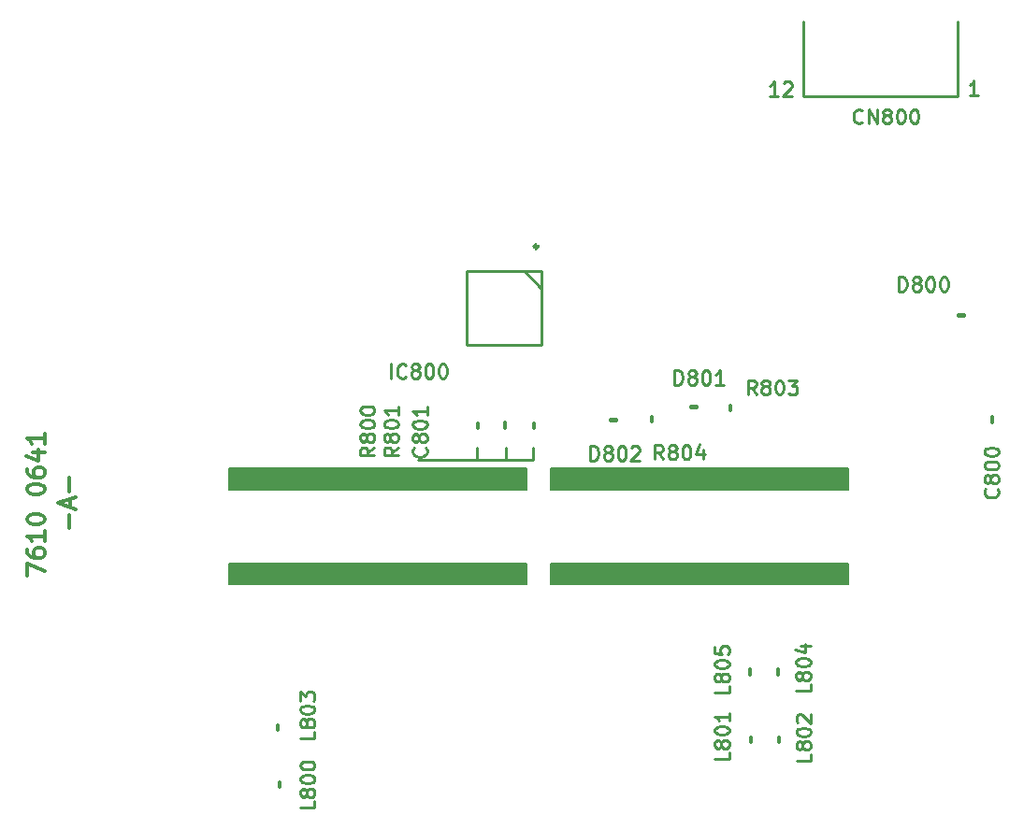
<source format=gbr>
%TF.GenerationSoftware,KiCad,Pcbnew,7.0.8*%
%TF.CreationDate,2023-12-31T22:43:44+00:00*%
%TF.ProjectId,pce-gt-controller,7063652d-6774-42d6-936f-6e74726f6c6c,BF1.1*%
%TF.SameCoordinates,Original*%
%TF.FileFunction,Legend,Top*%
%TF.FilePolarity,Positive*%
%FSLAX46Y46*%
G04 Gerber Fmt 4.6, Leading zero omitted, Abs format (unit mm)*
G04 Created by KiCad (PCBNEW 7.0.8) date 2023-12-31 22:43:44*
%MOMM*%
%LPD*%
G01*
G04 APERTURE LIST*
%ADD10C,0.150000*%
%ADD11C,0.250000*%
%ADD12C,0.353029*%
%ADD13C,0.320000*%
%ADD14C,0.260000*%
%ADD15C,0.300000*%
%ADD16C,0.400000*%
G04 APERTURE END LIST*
D10*
X156400000Y-108660000D02*
X183330000Y-108660000D01*
X183330000Y-110580000D01*
X156400000Y-110580000D01*
X156400000Y-108660000D01*
G36*
X156400000Y-108660000D02*
G01*
X183330000Y-108660000D01*
X183330000Y-110580000D01*
X156400000Y-110580000D01*
X156400000Y-108660000D01*
G37*
X127290000Y-108660000D02*
X154220000Y-108660000D01*
X154220000Y-110580000D01*
X127290000Y-110580000D01*
X127290000Y-108660000D01*
G36*
X127290000Y-108660000D02*
G01*
X154220000Y-108660000D01*
X154220000Y-110580000D01*
X127290000Y-110580000D01*
X127290000Y-108660000D01*
G37*
D11*
X154820000Y-99320000D02*
X154820000Y-98230000D01*
D10*
X127310000Y-100040000D02*
X154240000Y-100040000D01*
X154240000Y-101960000D01*
X127310000Y-101960000D01*
X127310000Y-100040000D01*
G36*
X127310000Y-100040000D02*
G01*
X154240000Y-100040000D01*
X154240000Y-101960000D01*
X127310000Y-101960000D01*
X127310000Y-100040000D01*
G37*
D11*
X149770000Y-99315000D02*
X149770000Y-98225000D01*
X144390000Y-99320000D02*
X154820000Y-99320000D01*
D10*
X156400000Y-100040000D02*
X183330000Y-100040000D01*
X183330000Y-101960000D01*
X156400000Y-101960000D01*
X156400000Y-100040000D01*
G36*
X156400000Y-100040000D02*
G01*
X183330000Y-100040000D01*
X183330000Y-101960000D01*
X156400000Y-101960000D01*
X156400000Y-100040000D01*
G37*
D11*
X152340000Y-99315000D02*
X152340000Y-98225000D01*
D12*
X155286514Y-79960000D02*
G75*
G03*
X155286514Y-79960000I-176514J0D01*
G01*
D13*
X112808026Y-105488521D02*
X112808026Y-104269474D01*
X112960407Y-103583760D02*
X112960407Y-102821855D01*
X113417550Y-103736141D02*
X111817550Y-103202807D01*
X111817550Y-103202807D02*
X113417550Y-102669474D01*
X112808026Y-102136140D02*
X112808026Y-100917093D01*
X109017550Y-109770902D02*
X109017550Y-108704235D01*
X109017550Y-108704235D02*
X110617550Y-109389950D01*
X109017550Y-107408997D02*
X109017550Y-107713759D01*
X109017550Y-107713759D02*
X109093740Y-107866140D01*
X109093740Y-107866140D02*
X109169931Y-107942330D01*
X109169931Y-107942330D02*
X109398502Y-108094711D01*
X109398502Y-108094711D02*
X109703264Y-108170902D01*
X109703264Y-108170902D02*
X110312788Y-108170902D01*
X110312788Y-108170902D02*
X110465169Y-108094711D01*
X110465169Y-108094711D02*
X110541360Y-108018521D01*
X110541360Y-108018521D02*
X110617550Y-107866140D01*
X110617550Y-107866140D02*
X110617550Y-107561378D01*
X110617550Y-107561378D02*
X110541360Y-107408997D01*
X110541360Y-107408997D02*
X110465169Y-107332806D01*
X110465169Y-107332806D02*
X110312788Y-107256616D01*
X110312788Y-107256616D02*
X109931836Y-107256616D01*
X109931836Y-107256616D02*
X109779455Y-107332806D01*
X109779455Y-107332806D02*
X109703264Y-107408997D01*
X109703264Y-107408997D02*
X109627074Y-107561378D01*
X109627074Y-107561378D02*
X109627074Y-107866140D01*
X109627074Y-107866140D02*
X109703264Y-108018521D01*
X109703264Y-108018521D02*
X109779455Y-108094711D01*
X109779455Y-108094711D02*
X109931836Y-108170902D01*
X110617550Y-105732806D02*
X110617550Y-106647092D01*
X110617550Y-106189949D02*
X109017550Y-106189949D01*
X109017550Y-106189949D02*
X109246121Y-106342330D01*
X109246121Y-106342330D02*
X109398502Y-106494711D01*
X109398502Y-106494711D02*
X109474693Y-106647092D01*
X109017550Y-104742329D02*
X109017550Y-104589948D01*
X109017550Y-104589948D02*
X109093740Y-104437567D01*
X109093740Y-104437567D02*
X109169931Y-104361377D01*
X109169931Y-104361377D02*
X109322312Y-104285186D01*
X109322312Y-104285186D02*
X109627074Y-104208996D01*
X109627074Y-104208996D02*
X110008026Y-104208996D01*
X110008026Y-104208996D02*
X110312788Y-104285186D01*
X110312788Y-104285186D02*
X110465169Y-104361377D01*
X110465169Y-104361377D02*
X110541360Y-104437567D01*
X110541360Y-104437567D02*
X110617550Y-104589948D01*
X110617550Y-104589948D02*
X110617550Y-104742329D01*
X110617550Y-104742329D02*
X110541360Y-104894710D01*
X110541360Y-104894710D02*
X110465169Y-104970901D01*
X110465169Y-104970901D02*
X110312788Y-105047091D01*
X110312788Y-105047091D02*
X110008026Y-105123282D01*
X110008026Y-105123282D02*
X109627074Y-105123282D01*
X109627074Y-105123282D02*
X109322312Y-105047091D01*
X109322312Y-105047091D02*
X109169931Y-104970901D01*
X109169931Y-104970901D02*
X109093740Y-104894710D01*
X109093740Y-104894710D02*
X109017550Y-104742329D01*
X109017550Y-101999471D02*
X109017550Y-101847090D01*
X109017550Y-101847090D02*
X109093740Y-101694709D01*
X109093740Y-101694709D02*
X109169931Y-101618519D01*
X109169931Y-101618519D02*
X109322312Y-101542328D01*
X109322312Y-101542328D02*
X109627074Y-101466138D01*
X109627074Y-101466138D02*
X110008026Y-101466138D01*
X110008026Y-101466138D02*
X110312788Y-101542328D01*
X110312788Y-101542328D02*
X110465169Y-101618519D01*
X110465169Y-101618519D02*
X110541360Y-101694709D01*
X110541360Y-101694709D02*
X110617550Y-101847090D01*
X110617550Y-101847090D02*
X110617550Y-101999471D01*
X110617550Y-101999471D02*
X110541360Y-102151852D01*
X110541360Y-102151852D02*
X110465169Y-102228043D01*
X110465169Y-102228043D02*
X110312788Y-102304233D01*
X110312788Y-102304233D02*
X110008026Y-102380424D01*
X110008026Y-102380424D02*
X109627074Y-102380424D01*
X109627074Y-102380424D02*
X109322312Y-102304233D01*
X109322312Y-102304233D02*
X109169931Y-102228043D01*
X109169931Y-102228043D02*
X109093740Y-102151852D01*
X109093740Y-102151852D02*
X109017550Y-101999471D01*
X109017550Y-100094709D02*
X109017550Y-100399471D01*
X109017550Y-100399471D02*
X109093740Y-100551852D01*
X109093740Y-100551852D02*
X109169931Y-100628042D01*
X109169931Y-100628042D02*
X109398502Y-100780423D01*
X109398502Y-100780423D02*
X109703264Y-100856614D01*
X109703264Y-100856614D02*
X110312788Y-100856614D01*
X110312788Y-100856614D02*
X110465169Y-100780423D01*
X110465169Y-100780423D02*
X110541360Y-100704233D01*
X110541360Y-100704233D02*
X110617550Y-100551852D01*
X110617550Y-100551852D02*
X110617550Y-100247090D01*
X110617550Y-100247090D02*
X110541360Y-100094709D01*
X110541360Y-100094709D02*
X110465169Y-100018518D01*
X110465169Y-100018518D02*
X110312788Y-99942328D01*
X110312788Y-99942328D02*
X109931836Y-99942328D01*
X109931836Y-99942328D02*
X109779455Y-100018518D01*
X109779455Y-100018518D02*
X109703264Y-100094709D01*
X109703264Y-100094709D02*
X109627074Y-100247090D01*
X109627074Y-100247090D02*
X109627074Y-100551852D01*
X109627074Y-100551852D02*
X109703264Y-100704233D01*
X109703264Y-100704233D02*
X109779455Y-100780423D01*
X109779455Y-100780423D02*
X109931836Y-100856614D01*
X109550883Y-98570899D02*
X110617550Y-98570899D01*
X108941360Y-98951851D02*
X110084217Y-99332804D01*
X110084217Y-99332804D02*
X110084217Y-98342327D01*
X110617550Y-96894708D02*
X110617550Y-97808994D01*
X110617550Y-97351851D02*
X109017550Y-97351851D01*
X109017550Y-97351851D02*
X109246121Y-97504232D01*
X109246121Y-97504232D02*
X109398502Y-97656613D01*
X109398502Y-97656613D02*
X109474693Y-97808994D01*
D14*
X140477884Y-98154761D02*
X139858837Y-98588094D01*
X140477884Y-98897618D02*
X139177884Y-98897618D01*
X139177884Y-98897618D02*
X139177884Y-98402380D01*
X139177884Y-98402380D02*
X139239789Y-98278570D01*
X139239789Y-98278570D02*
X139301694Y-98216665D01*
X139301694Y-98216665D02*
X139425503Y-98154761D01*
X139425503Y-98154761D02*
X139611218Y-98154761D01*
X139611218Y-98154761D02*
X139735027Y-98216665D01*
X139735027Y-98216665D02*
X139796932Y-98278570D01*
X139796932Y-98278570D02*
X139858837Y-98402380D01*
X139858837Y-98402380D02*
X139858837Y-98897618D01*
X139735027Y-97411903D02*
X139673122Y-97535713D01*
X139673122Y-97535713D02*
X139611218Y-97597618D01*
X139611218Y-97597618D02*
X139487408Y-97659522D01*
X139487408Y-97659522D02*
X139425503Y-97659522D01*
X139425503Y-97659522D02*
X139301694Y-97597618D01*
X139301694Y-97597618D02*
X139239789Y-97535713D01*
X139239789Y-97535713D02*
X139177884Y-97411903D01*
X139177884Y-97411903D02*
X139177884Y-97164284D01*
X139177884Y-97164284D02*
X139239789Y-97040475D01*
X139239789Y-97040475D02*
X139301694Y-96978570D01*
X139301694Y-96978570D02*
X139425503Y-96916665D01*
X139425503Y-96916665D02*
X139487408Y-96916665D01*
X139487408Y-96916665D02*
X139611218Y-96978570D01*
X139611218Y-96978570D02*
X139673122Y-97040475D01*
X139673122Y-97040475D02*
X139735027Y-97164284D01*
X139735027Y-97164284D02*
X139735027Y-97411903D01*
X139735027Y-97411903D02*
X139796932Y-97535713D01*
X139796932Y-97535713D02*
X139858837Y-97597618D01*
X139858837Y-97597618D02*
X139982646Y-97659522D01*
X139982646Y-97659522D02*
X140230265Y-97659522D01*
X140230265Y-97659522D02*
X140354075Y-97597618D01*
X140354075Y-97597618D02*
X140415980Y-97535713D01*
X140415980Y-97535713D02*
X140477884Y-97411903D01*
X140477884Y-97411903D02*
X140477884Y-97164284D01*
X140477884Y-97164284D02*
X140415980Y-97040475D01*
X140415980Y-97040475D02*
X140354075Y-96978570D01*
X140354075Y-96978570D02*
X140230265Y-96916665D01*
X140230265Y-96916665D02*
X139982646Y-96916665D01*
X139982646Y-96916665D02*
X139858837Y-96978570D01*
X139858837Y-96978570D02*
X139796932Y-97040475D01*
X139796932Y-97040475D02*
X139735027Y-97164284D01*
X139177884Y-96111904D02*
X139177884Y-95988094D01*
X139177884Y-95988094D02*
X139239789Y-95864285D01*
X139239789Y-95864285D02*
X139301694Y-95802380D01*
X139301694Y-95802380D02*
X139425503Y-95740475D01*
X139425503Y-95740475D02*
X139673122Y-95678570D01*
X139673122Y-95678570D02*
X139982646Y-95678570D01*
X139982646Y-95678570D02*
X140230265Y-95740475D01*
X140230265Y-95740475D02*
X140354075Y-95802380D01*
X140354075Y-95802380D02*
X140415980Y-95864285D01*
X140415980Y-95864285D02*
X140477884Y-95988094D01*
X140477884Y-95988094D02*
X140477884Y-96111904D01*
X140477884Y-96111904D02*
X140415980Y-96235713D01*
X140415980Y-96235713D02*
X140354075Y-96297618D01*
X140354075Y-96297618D02*
X140230265Y-96359523D01*
X140230265Y-96359523D02*
X139982646Y-96421427D01*
X139982646Y-96421427D02*
X139673122Y-96421427D01*
X139673122Y-96421427D02*
X139425503Y-96359523D01*
X139425503Y-96359523D02*
X139301694Y-96297618D01*
X139301694Y-96297618D02*
X139239789Y-96235713D01*
X139239789Y-96235713D02*
X139177884Y-96111904D01*
X139177884Y-94873809D02*
X139177884Y-94749999D01*
X139177884Y-94749999D02*
X139239789Y-94626190D01*
X139239789Y-94626190D02*
X139301694Y-94564285D01*
X139301694Y-94564285D02*
X139425503Y-94502380D01*
X139425503Y-94502380D02*
X139673122Y-94440475D01*
X139673122Y-94440475D02*
X139982646Y-94440475D01*
X139982646Y-94440475D02*
X140230265Y-94502380D01*
X140230265Y-94502380D02*
X140354075Y-94564285D01*
X140354075Y-94564285D02*
X140415980Y-94626190D01*
X140415980Y-94626190D02*
X140477884Y-94749999D01*
X140477884Y-94749999D02*
X140477884Y-94873809D01*
X140477884Y-94873809D02*
X140415980Y-94997618D01*
X140415980Y-94997618D02*
X140354075Y-95059523D01*
X140354075Y-95059523D02*
X140230265Y-95121428D01*
X140230265Y-95121428D02*
X139982646Y-95183332D01*
X139982646Y-95183332D02*
X139673122Y-95183332D01*
X139673122Y-95183332D02*
X139425503Y-95121428D01*
X139425503Y-95121428D02*
X139301694Y-95059523D01*
X139301694Y-95059523D02*
X139239789Y-94997618D01*
X139239789Y-94997618D02*
X139177884Y-94873809D01*
X160022381Y-99337884D02*
X160022381Y-98037884D01*
X160022381Y-98037884D02*
X160331905Y-98037884D01*
X160331905Y-98037884D02*
X160517619Y-98099789D01*
X160517619Y-98099789D02*
X160641429Y-98223599D01*
X160641429Y-98223599D02*
X160703334Y-98347408D01*
X160703334Y-98347408D02*
X160765238Y-98595027D01*
X160765238Y-98595027D02*
X160765238Y-98780741D01*
X160765238Y-98780741D02*
X160703334Y-99028360D01*
X160703334Y-99028360D02*
X160641429Y-99152170D01*
X160641429Y-99152170D02*
X160517619Y-99275980D01*
X160517619Y-99275980D02*
X160331905Y-99337884D01*
X160331905Y-99337884D02*
X160022381Y-99337884D01*
X161508096Y-98595027D02*
X161384286Y-98533122D01*
X161384286Y-98533122D02*
X161322381Y-98471218D01*
X161322381Y-98471218D02*
X161260477Y-98347408D01*
X161260477Y-98347408D02*
X161260477Y-98285503D01*
X161260477Y-98285503D02*
X161322381Y-98161694D01*
X161322381Y-98161694D02*
X161384286Y-98099789D01*
X161384286Y-98099789D02*
X161508096Y-98037884D01*
X161508096Y-98037884D02*
X161755715Y-98037884D01*
X161755715Y-98037884D02*
X161879524Y-98099789D01*
X161879524Y-98099789D02*
X161941429Y-98161694D01*
X161941429Y-98161694D02*
X162003334Y-98285503D01*
X162003334Y-98285503D02*
X162003334Y-98347408D01*
X162003334Y-98347408D02*
X161941429Y-98471218D01*
X161941429Y-98471218D02*
X161879524Y-98533122D01*
X161879524Y-98533122D02*
X161755715Y-98595027D01*
X161755715Y-98595027D02*
X161508096Y-98595027D01*
X161508096Y-98595027D02*
X161384286Y-98656932D01*
X161384286Y-98656932D02*
X161322381Y-98718837D01*
X161322381Y-98718837D02*
X161260477Y-98842646D01*
X161260477Y-98842646D02*
X161260477Y-99090265D01*
X161260477Y-99090265D02*
X161322381Y-99214075D01*
X161322381Y-99214075D02*
X161384286Y-99275980D01*
X161384286Y-99275980D02*
X161508096Y-99337884D01*
X161508096Y-99337884D02*
X161755715Y-99337884D01*
X161755715Y-99337884D02*
X161879524Y-99275980D01*
X161879524Y-99275980D02*
X161941429Y-99214075D01*
X161941429Y-99214075D02*
X162003334Y-99090265D01*
X162003334Y-99090265D02*
X162003334Y-98842646D01*
X162003334Y-98842646D02*
X161941429Y-98718837D01*
X161941429Y-98718837D02*
X161879524Y-98656932D01*
X161879524Y-98656932D02*
X161755715Y-98595027D01*
X162808095Y-98037884D02*
X162931905Y-98037884D01*
X162931905Y-98037884D02*
X163055714Y-98099789D01*
X163055714Y-98099789D02*
X163117619Y-98161694D01*
X163117619Y-98161694D02*
X163179524Y-98285503D01*
X163179524Y-98285503D02*
X163241429Y-98533122D01*
X163241429Y-98533122D02*
X163241429Y-98842646D01*
X163241429Y-98842646D02*
X163179524Y-99090265D01*
X163179524Y-99090265D02*
X163117619Y-99214075D01*
X163117619Y-99214075D02*
X163055714Y-99275980D01*
X163055714Y-99275980D02*
X162931905Y-99337884D01*
X162931905Y-99337884D02*
X162808095Y-99337884D01*
X162808095Y-99337884D02*
X162684286Y-99275980D01*
X162684286Y-99275980D02*
X162622381Y-99214075D01*
X162622381Y-99214075D02*
X162560476Y-99090265D01*
X162560476Y-99090265D02*
X162498572Y-98842646D01*
X162498572Y-98842646D02*
X162498572Y-98533122D01*
X162498572Y-98533122D02*
X162560476Y-98285503D01*
X162560476Y-98285503D02*
X162622381Y-98161694D01*
X162622381Y-98161694D02*
X162684286Y-98099789D01*
X162684286Y-98099789D02*
X162808095Y-98037884D01*
X163736667Y-98161694D02*
X163798571Y-98099789D01*
X163798571Y-98099789D02*
X163922381Y-98037884D01*
X163922381Y-98037884D02*
X164231905Y-98037884D01*
X164231905Y-98037884D02*
X164355714Y-98099789D01*
X164355714Y-98099789D02*
X164417619Y-98161694D01*
X164417619Y-98161694D02*
X164479524Y-98285503D01*
X164479524Y-98285503D02*
X164479524Y-98409313D01*
X164479524Y-98409313D02*
X164417619Y-98595027D01*
X164417619Y-98595027D02*
X163674762Y-99337884D01*
X163674762Y-99337884D02*
X164479524Y-99337884D01*
X179937884Y-119614761D02*
X179937884Y-120233809D01*
X179937884Y-120233809D02*
X178637884Y-120233809D01*
X179195027Y-118995713D02*
X179133122Y-119119523D01*
X179133122Y-119119523D02*
X179071218Y-119181428D01*
X179071218Y-119181428D02*
X178947408Y-119243332D01*
X178947408Y-119243332D02*
X178885503Y-119243332D01*
X178885503Y-119243332D02*
X178761694Y-119181428D01*
X178761694Y-119181428D02*
X178699789Y-119119523D01*
X178699789Y-119119523D02*
X178637884Y-118995713D01*
X178637884Y-118995713D02*
X178637884Y-118748094D01*
X178637884Y-118748094D02*
X178699789Y-118624285D01*
X178699789Y-118624285D02*
X178761694Y-118562380D01*
X178761694Y-118562380D02*
X178885503Y-118500475D01*
X178885503Y-118500475D02*
X178947408Y-118500475D01*
X178947408Y-118500475D02*
X179071218Y-118562380D01*
X179071218Y-118562380D02*
X179133122Y-118624285D01*
X179133122Y-118624285D02*
X179195027Y-118748094D01*
X179195027Y-118748094D02*
X179195027Y-118995713D01*
X179195027Y-118995713D02*
X179256932Y-119119523D01*
X179256932Y-119119523D02*
X179318837Y-119181428D01*
X179318837Y-119181428D02*
X179442646Y-119243332D01*
X179442646Y-119243332D02*
X179690265Y-119243332D01*
X179690265Y-119243332D02*
X179814075Y-119181428D01*
X179814075Y-119181428D02*
X179875980Y-119119523D01*
X179875980Y-119119523D02*
X179937884Y-118995713D01*
X179937884Y-118995713D02*
X179937884Y-118748094D01*
X179937884Y-118748094D02*
X179875980Y-118624285D01*
X179875980Y-118624285D02*
X179814075Y-118562380D01*
X179814075Y-118562380D02*
X179690265Y-118500475D01*
X179690265Y-118500475D02*
X179442646Y-118500475D01*
X179442646Y-118500475D02*
X179318837Y-118562380D01*
X179318837Y-118562380D02*
X179256932Y-118624285D01*
X179256932Y-118624285D02*
X179195027Y-118748094D01*
X178637884Y-117695714D02*
X178637884Y-117571904D01*
X178637884Y-117571904D02*
X178699789Y-117448095D01*
X178699789Y-117448095D02*
X178761694Y-117386190D01*
X178761694Y-117386190D02*
X178885503Y-117324285D01*
X178885503Y-117324285D02*
X179133122Y-117262380D01*
X179133122Y-117262380D02*
X179442646Y-117262380D01*
X179442646Y-117262380D02*
X179690265Y-117324285D01*
X179690265Y-117324285D02*
X179814075Y-117386190D01*
X179814075Y-117386190D02*
X179875980Y-117448095D01*
X179875980Y-117448095D02*
X179937884Y-117571904D01*
X179937884Y-117571904D02*
X179937884Y-117695714D01*
X179937884Y-117695714D02*
X179875980Y-117819523D01*
X179875980Y-117819523D02*
X179814075Y-117881428D01*
X179814075Y-117881428D02*
X179690265Y-117943333D01*
X179690265Y-117943333D02*
X179442646Y-118005237D01*
X179442646Y-118005237D02*
X179133122Y-118005237D01*
X179133122Y-118005237D02*
X178885503Y-117943333D01*
X178885503Y-117943333D02*
X178761694Y-117881428D01*
X178761694Y-117881428D02*
X178699789Y-117819523D01*
X178699789Y-117819523D02*
X178637884Y-117695714D01*
X179071218Y-116148095D02*
X179937884Y-116148095D01*
X178575980Y-116457619D02*
X179504551Y-116767142D01*
X179504551Y-116767142D02*
X179504551Y-115962381D01*
X184654285Y-68704075D02*
X184592381Y-68765980D01*
X184592381Y-68765980D02*
X184406666Y-68827884D01*
X184406666Y-68827884D02*
X184282857Y-68827884D01*
X184282857Y-68827884D02*
X184097143Y-68765980D01*
X184097143Y-68765980D02*
X183973333Y-68642170D01*
X183973333Y-68642170D02*
X183911428Y-68518360D01*
X183911428Y-68518360D02*
X183849524Y-68270741D01*
X183849524Y-68270741D02*
X183849524Y-68085027D01*
X183849524Y-68085027D02*
X183911428Y-67837408D01*
X183911428Y-67837408D02*
X183973333Y-67713599D01*
X183973333Y-67713599D02*
X184097143Y-67589789D01*
X184097143Y-67589789D02*
X184282857Y-67527884D01*
X184282857Y-67527884D02*
X184406666Y-67527884D01*
X184406666Y-67527884D02*
X184592381Y-67589789D01*
X184592381Y-67589789D02*
X184654285Y-67651694D01*
X185211428Y-68827884D02*
X185211428Y-67527884D01*
X185211428Y-67527884D02*
X185954285Y-68827884D01*
X185954285Y-68827884D02*
X185954285Y-67527884D01*
X186759048Y-68085027D02*
X186635238Y-68023122D01*
X186635238Y-68023122D02*
X186573333Y-67961218D01*
X186573333Y-67961218D02*
X186511429Y-67837408D01*
X186511429Y-67837408D02*
X186511429Y-67775503D01*
X186511429Y-67775503D02*
X186573333Y-67651694D01*
X186573333Y-67651694D02*
X186635238Y-67589789D01*
X186635238Y-67589789D02*
X186759048Y-67527884D01*
X186759048Y-67527884D02*
X187006667Y-67527884D01*
X187006667Y-67527884D02*
X187130476Y-67589789D01*
X187130476Y-67589789D02*
X187192381Y-67651694D01*
X187192381Y-67651694D02*
X187254286Y-67775503D01*
X187254286Y-67775503D02*
X187254286Y-67837408D01*
X187254286Y-67837408D02*
X187192381Y-67961218D01*
X187192381Y-67961218D02*
X187130476Y-68023122D01*
X187130476Y-68023122D02*
X187006667Y-68085027D01*
X187006667Y-68085027D02*
X186759048Y-68085027D01*
X186759048Y-68085027D02*
X186635238Y-68146932D01*
X186635238Y-68146932D02*
X186573333Y-68208837D01*
X186573333Y-68208837D02*
X186511429Y-68332646D01*
X186511429Y-68332646D02*
X186511429Y-68580265D01*
X186511429Y-68580265D02*
X186573333Y-68704075D01*
X186573333Y-68704075D02*
X186635238Y-68765980D01*
X186635238Y-68765980D02*
X186759048Y-68827884D01*
X186759048Y-68827884D02*
X187006667Y-68827884D01*
X187006667Y-68827884D02*
X187130476Y-68765980D01*
X187130476Y-68765980D02*
X187192381Y-68704075D01*
X187192381Y-68704075D02*
X187254286Y-68580265D01*
X187254286Y-68580265D02*
X187254286Y-68332646D01*
X187254286Y-68332646D02*
X187192381Y-68208837D01*
X187192381Y-68208837D02*
X187130476Y-68146932D01*
X187130476Y-68146932D02*
X187006667Y-68085027D01*
X188059047Y-67527884D02*
X188182857Y-67527884D01*
X188182857Y-67527884D02*
X188306666Y-67589789D01*
X188306666Y-67589789D02*
X188368571Y-67651694D01*
X188368571Y-67651694D02*
X188430476Y-67775503D01*
X188430476Y-67775503D02*
X188492381Y-68023122D01*
X188492381Y-68023122D02*
X188492381Y-68332646D01*
X188492381Y-68332646D02*
X188430476Y-68580265D01*
X188430476Y-68580265D02*
X188368571Y-68704075D01*
X188368571Y-68704075D02*
X188306666Y-68765980D01*
X188306666Y-68765980D02*
X188182857Y-68827884D01*
X188182857Y-68827884D02*
X188059047Y-68827884D01*
X188059047Y-68827884D02*
X187935238Y-68765980D01*
X187935238Y-68765980D02*
X187873333Y-68704075D01*
X187873333Y-68704075D02*
X187811428Y-68580265D01*
X187811428Y-68580265D02*
X187749524Y-68332646D01*
X187749524Y-68332646D02*
X187749524Y-68023122D01*
X187749524Y-68023122D02*
X187811428Y-67775503D01*
X187811428Y-67775503D02*
X187873333Y-67651694D01*
X187873333Y-67651694D02*
X187935238Y-67589789D01*
X187935238Y-67589789D02*
X188059047Y-67527884D01*
X189297142Y-67527884D02*
X189420952Y-67527884D01*
X189420952Y-67527884D02*
X189544761Y-67589789D01*
X189544761Y-67589789D02*
X189606666Y-67651694D01*
X189606666Y-67651694D02*
X189668571Y-67775503D01*
X189668571Y-67775503D02*
X189730476Y-68023122D01*
X189730476Y-68023122D02*
X189730476Y-68332646D01*
X189730476Y-68332646D02*
X189668571Y-68580265D01*
X189668571Y-68580265D02*
X189606666Y-68704075D01*
X189606666Y-68704075D02*
X189544761Y-68765980D01*
X189544761Y-68765980D02*
X189420952Y-68827884D01*
X189420952Y-68827884D02*
X189297142Y-68827884D01*
X189297142Y-68827884D02*
X189173333Y-68765980D01*
X189173333Y-68765980D02*
X189111428Y-68704075D01*
X189111428Y-68704075D02*
X189049523Y-68580265D01*
X189049523Y-68580265D02*
X188987619Y-68332646D01*
X188987619Y-68332646D02*
X188987619Y-68023122D01*
X188987619Y-68023122D02*
X189049523Y-67775503D01*
X189049523Y-67775503D02*
X189111428Y-67651694D01*
X189111428Y-67651694D02*
X189173333Y-67589789D01*
X189173333Y-67589789D02*
X189297142Y-67527884D01*
X177011528Y-66317384D02*
X176268671Y-66317384D01*
X176640099Y-66317384D02*
X176640099Y-65017384D01*
X176640099Y-65017384D02*
X176516290Y-65203099D01*
X176516290Y-65203099D02*
X176392480Y-65326908D01*
X176392480Y-65326908D02*
X176268671Y-65388813D01*
X177506766Y-65141194D02*
X177568670Y-65079289D01*
X177568670Y-65079289D02*
X177692480Y-65017384D01*
X177692480Y-65017384D02*
X178002004Y-65017384D01*
X178002004Y-65017384D02*
X178125813Y-65079289D01*
X178125813Y-65079289D02*
X178187718Y-65141194D01*
X178187718Y-65141194D02*
X178249623Y-65265003D01*
X178249623Y-65265003D02*
X178249623Y-65388813D01*
X178249623Y-65388813D02*
X178187718Y-65574527D01*
X178187718Y-65574527D02*
X177444861Y-66317384D01*
X177444861Y-66317384D02*
X178249623Y-66317384D01*
X195101528Y-66247384D02*
X194358671Y-66247384D01*
X194730099Y-66247384D02*
X194730099Y-64947384D01*
X194730099Y-64947384D02*
X194606290Y-65133099D01*
X194606290Y-65133099D02*
X194482480Y-65256908D01*
X194482480Y-65256908D02*
X194358671Y-65318813D01*
X166615238Y-99237884D02*
X166181905Y-98618837D01*
X165872381Y-99237884D02*
X165872381Y-97937884D01*
X165872381Y-97937884D02*
X166367619Y-97937884D01*
X166367619Y-97937884D02*
X166491429Y-97999789D01*
X166491429Y-97999789D02*
X166553334Y-98061694D01*
X166553334Y-98061694D02*
X166615238Y-98185503D01*
X166615238Y-98185503D02*
X166615238Y-98371218D01*
X166615238Y-98371218D02*
X166553334Y-98495027D01*
X166553334Y-98495027D02*
X166491429Y-98556932D01*
X166491429Y-98556932D02*
X166367619Y-98618837D01*
X166367619Y-98618837D02*
X165872381Y-98618837D01*
X167358096Y-98495027D02*
X167234286Y-98433122D01*
X167234286Y-98433122D02*
X167172381Y-98371218D01*
X167172381Y-98371218D02*
X167110477Y-98247408D01*
X167110477Y-98247408D02*
X167110477Y-98185503D01*
X167110477Y-98185503D02*
X167172381Y-98061694D01*
X167172381Y-98061694D02*
X167234286Y-97999789D01*
X167234286Y-97999789D02*
X167358096Y-97937884D01*
X167358096Y-97937884D02*
X167605715Y-97937884D01*
X167605715Y-97937884D02*
X167729524Y-97999789D01*
X167729524Y-97999789D02*
X167791429Y-98061694D01*
X167791429Y-98061694D02*
X167853334Y-98185503D01*
X167853334Y-98185503D02*
X167853334Y-98247408D01*
X167853334Y-98247408D02*
X167791429Y-98371218D01*
X167791429Y-98371218D02*
X167729524Y-98433122D01*
X167729524Y-98433122D02*
X167605715Y-98495027D01*
X167605715Y-98495027D02*
X167358096Y-98495027D01*
X167358096Y-98495027D02*
X167234286Y-98556932D01*
X167234286Y-98556932D02*
X167172381Y-98618837D01*
X167172381Y-98618837D02*
X167110477Y-98742646D01*
X167110477Y-98742646D02*
X167110477Y-98990265D01*
X167110477Y-98990265D02*
X167172381Y-99114075D01*
X167172381Y-99114075D02*
X167234286Y-99175980D01*
X167234286Y-99175980D02*
X167358096Y-99237884D01*
X167358096Y-99237884D02*
X167605715Y-99237884D01*
X167605715Y-99237884D02*
X167729524Y-99175980D01*
X167729524Y-99175980D02*
X167791429Y-99114075D01*
X167791429Y-99114075D02*
X167853334Y-98990265D01*
X167853334Y-98990265D02*
X167853334Y-98742646D01*
X167853334Y-98742646D02*
X167791429Y-98618837D01*
X167791429Y-98618837D02*
X167729524Y-98556932D01*
X167729524Y-98556932D02*
X167605715Y-98495027D01*
X168658095Y-97937884D02*
X168781905Y-97937884D01*
X168781905Y-97937884D02*
X168905714Y-97999789D01*
X168905714Y-97999789D02*
X168967619Y-98061694D01*
X168967619Y-98061694D02*
X169029524Y-98185503D01*
X169029524Y-98185503D02*
X169091429Y-98433122D01*
X169091429Y-98433122D02*
X169091429Y-98742646D01*
X169091429Y-98742646D02*
X169029524Y-98990265D01*
X169029524Y-98990265D02*
X168967619Y-99114075D01*
X168967619Y-99114075D02*
X168905714Y-99175980D01*
X168905714Y-99175980D02*
X168781905Y-99237884D01*
X168781905Y-99237884D02*
X168658095Y-99237884D01*
X168658095Y-99237884D02*
X168534286Y-99175980D01*
X168534286Y-99175980D02*
X168472381Y-99114075D01*
X168472381Y-99114075D02*
X168410476Y-98990265D01*
X168410476Y-98990265D02*
X168348572Y-98742646D01*
X168348572Y-98742646D02*
X168348572Y-98433122D01*
X168348572Y-98433122D02*
X168410476Y-98185503D01*
X168410476Y-98185503D02*
X168472381Y-98061694D01*
X168472381Y-98061694D02*
X168534286Y-97999789D01*
X168534286Y-97999789D02*
X168658095Y-97937884D01*
X170205714Y-98371218D02*
X170205714Y-99237884D01*
X169896190Y-97875980D02*
X169586667Y-98804551D01*
X169586667Y-98804551D02*
X170391428Y-98804551D01*
X172597884Y-119764761D02*
X172597884Y-120383809D01*
X172597884Y-120383809D02*
X171297884Y-120383809D01*
X171855027Y-119145713D02*
X171793122Y-119269523D01*
X171793122Y-119269523D02*
X171731218Y-119331428D01*
X171731218Y-119331428D02*
X171607408Y-119393332D01*
X171607408Y-119393332D02*
X171545503Y-119393332D01*
X171545503Y-119393332D02*
X171421694Y-119331428D01*
X171421694Y-119331428D02*
X171359789Y-119269523D01*
X171359789Y-119269523D02*
X171297884Y-119145713D01*
X171297884Y-119145713D02*
X171297884Y-118898094D01*
X171297884Y-118898094D02*
X171359789Y-118774285D01*
X171359789Y-118774285D02*
X171421694Y-118712380D01*
X171421694Y-118712380D02*
X171545503Y-118650475D01*
X171545503Y-118650475D02*
X171607408Y-118650475D01*
X171607408Y-118650475D02*
X171731218Y-118712380D01*
X171731218Y-118712380D02*
X171793122Y-118774285D01*
X171793122Y-118774285D02*
X171855027Y-118898094D01*
X171855027Y-118898094D02*
X171855027Y-119145713D01*
X171855027Y-119145713D02*
X171916932Y-119269523D01*
X171916932Y-119269523D02*
X171978837Y-119331428D01*
X171978837Y-119331428D02*
X172102646Y-119393332D01*
X172102646Y-119393332D02*
X172350265Y-119393332D01*
X172350265Y-119393332D02*
X172474075Y-119331428D01*
X172474075Y-119331428D02*
X172535980Y-119269523D01*
X172535980Y-119269523D02*
X172597884Y-119145713D01*
X172597884Y-119145713D02*
X172597884Y-118898094D01*
X172597884Y-118898094D02*
X172535980Y-118774285D01*
X172535980Y-118774285D02*
X172474075Y-118712380D01*
X172474075Y-118712380D02*
X172350265Y-118650475D01*
X172350265Y-118650475D02*
X172102646Y-118650475D01*
X172102646Y-118650475D02*
X171978837Y-118712380D01*
X171978837Y-118712380D02*
X171916932Y-118774285D01*
X171916932Y-118774285D02*
X171855027Y-118898094D01*
X171297884Y-117845714D02*
X171297884Y-117721904D01*
X171297884Y-117721904D02*
X171359789Y-117598095D01*
X171359789Y-117598095D02*
X171421694Y-117536190D01*
X171421694Y-117536190D02*
X171545503Y-117474285D01*
X171545503Y-117474285D02*
X171793122Y-117412380D01*
X171793122Y-117412380D02*
X172102646Y-117412380D01*
X172102646Y-117412380D02*
X172350265Y-117474285D01*
X172350265Y-117474285D02*
X172474075Y-117536190D01*
X172474075Y-117536190D02*
X172535980Y-117598095D01*
X172535980Y-117598095D02*
X172597884Y-117721904D01*
X172597884Y-117721904D02*
X172597884Y-117845714D01*
X172597884Y-117845714D02*
X172535980Y-117969523D01*
X172535980Y-117969523D02*
X172474075Y-118031428D01*
X172474075Y-118031428D02*
X172350265Y-118093333D01*
X172350265Y-118093333D02*
X172102646Y-118155237D01*
X172102646Y-118155237D02*
X171793122Y-118155237D01*
X171793122Y-118155237D02*
X171545503Y-118093333D01*
X171545503Y-118093333D02*
X171421694Y-118031428D01*
X171421694Y-118031428D02*
X171359789Y-117969523D01*
X171359789Y-117969523D02*
X171297884Y-117845714D01*
X171297884Y-116236190D02*
X171297884Y-116855238D01*
X171297884Y-116855238D02*
X171916932Y-116917142D01*
X171916932Y-116917142D02*
X171855027Y-116855238D01*
X171855027Y-116855238D02*
X171793122Y-116731428D01*
X171793122Y-116731428D02*
X171793122Y-116421904D01*
X171793122Y-116421904D02*
X171855027Y-116298095D01*
X171855027Y-116298095D02*
X171916932Y-116236190D01*
X171916932Y-116236190D02*
X172040741Y-116174285D01*
X172040741Y-116174285D02*
X172350265Y-116174285D01*
X172350265Y-116174285D02*
X172474075Y-116236190D01*
X172474075Y-116236190D02*
X172535980Y-116298095D01*
X172535980Y-116298095D02*
X172597884Y-116421904D01*
X172597884Y-116421904D02*
X172597884Y-116731428D01*
X172597884Y-116731428D02*
X172535980Y-116855238D01*
X172535980Y-116855238D02*
X172474075Y-116917142D01*
X145104075Y-98194761D02*
X145165980Y-98256665D01*
X145165980Y-98256665D02*
X145227884Y-98442380D01*
X145227884Y-98442380D02*
X145227884Y-98566189D01*
X145227884Y-98566189D02*
X145165980Y-98751903D01*
X145165980Y-98751903D02*
X145042170Y-98875713D01*
X145042170Y-98875713D02*
X144918360Y-98937618D01*
X144918360Y-98937618D02*
X144670741Y-98999522D01*
X144670741Y-98999522D02*
X144485027Y-98999522D01*
X144485027Y-98999522D02*
X144237408Y-98937618D01*
X144237408Y-98937618D02*
X144113599Y-98875713D01*
X144113599Y-98875713D02*
X143989789Y-98751903D01*
X143989789Y-98751903D02*
X143927884Y-98566189D01*
X143927884Y-98566189D02*
X143927884Y-98442380D01*
X143927884Y-98442380D02*
X143989789Y-98256665D01*
X143989789Y-98256665D02*
X144051694Y-98194761D01*
X144485027Y-97451903D02*
X144423122Y-97575713D01*
X144423122Y-97575713D02*
X144361218Y-97637618D01*
X144361218Y-97637618D02*
X144237408Y-97699522D01*
X144237408Y-97699522D02*
X144175503Y-97699522D01*
X144175503Y-97699522D02*
X144051694Y-97637618D01*
X144051694Y-97637618D02*
X143989789Y-97575713D01*
X143989789Y-97575713D02*
X143927884Y-97451903D01*
X143927884Y-97451903D02*
X143927884Y-97204284D01*
X143927884Y-97204284D02*
X143989789Y-97080475D01*
X143989789Y-97080475D02*
X144051694Y-97018570D01*
X144051694Y-97018570D02*
X144175503Y-96956665D01*
X144175503Y-96956665D02*
X144237408Y-96956665D01*
X144237408Y-96956665D02*
X144361218Y-97018570D01*
X144361218Y-97018570D02*
X144423122Y-97080475D01*
X144423122Y-97080475D02*
X144485027Y-97204284D01*
X144485027Y-97204284D02*
X144485027Y-97451903D01*
X144485027Y-97451903D02*
X144546932Y-97575713D01*
X144546932Y-97575713D02*
X144608837Y-97637618D01*
X144608837Y-97637618D02*
X144732646Y-97699522D01*
X144732646Y-97699522D02*
X144980265Y-97699522D01*
X144980265Y-97699522D02*
X145104075Y-97637618D01*
X145104075Y-97637618D02*
X145165980Y-97575713D01*
X145165980Y-97575713D02*
X145227884Y-97451903D01*
X145227884Y-97451903D02*
X145227884Y-97204284D01*
X145227884Y-97204284D02*
X145165980Y-97080475D01*
X145165980Y-97080475D02*
X145104075Y-97018570D01*
X145104075Y-97018570D02*
X144980265Y-96956665D01*
X144980265Y-96956665D02*
X144732646Y-96956665D01*
X144732646Y-96956665D02*
X144608837Y-97018570D01*
X144608837Y-97018570D02*
X144546932Y-97080475D01*
X144546932Y-97080475D02*
X144485027Y-97204284D01*
X143927884Y-96151904D02*
X143927884Y-96028094D01*
X143927884Y-96028094D02*
X143989789Y-95904285D01*
X143989789Y-95904285D02*
X144051694Y-95842380D01*
X144051694Y-95842380D02*
X144175503Y-95780475D01*
X144175503Y-95780475D02*
X144423122Y-95718570D01*
X144423122Y-95718570D02*
X144732646Y-95718570D01*
X144732646Y-95718570D02*
X144980265Y-95780475D01*
X144980265Y-95780475D02*
X145104075Y-95842380D01*
X145104075Y-95842380D02*
X145165980Y-95904285D01*
X145165980Y-95904285D02*
X145227884Y-96028094D01*
X145227884Y-96028094D02*
X145227884Y-96151904D01*
X145227884Y-96151904D02*
X145165980Y-96275713D01*
X145165980Y-96275713D02*
X145104075Y-96337618D01*
X145104075Y-96337618D02*
X144980265Y-96399523D01*
X144980265Y-96399523D02*
X144732646Y-96461427D01*
X144732646Y-96461427D02*
X144423122Y-96461427D01*
X144423122Y-96461427D02*
X144175503Y-96399523D01*
X144175503Y-96399523D02*
X144051694Y-96337618D01*
X144051694Y-96337618D02*
X143989789Y-96275713D01*
X143989789Y-96275713D02*
X143927884Y-96151904D01*
X145227884Y-94480475D02*
X145227884Y-95223332D01*
X145227884Y-94851904D02*
X143927884Y-94851904D01*
X143927884Y-94851904D02*
X144113599Y-94975713D01*
X144113599Y-94975713D02*
X144237408Y-95099523D01*
X144237408Y-95099523D02*
X144299313Y-95223332D01*
X135047884Y-123894761D02*
X135047884Y-124513809D01*
X135047884Y-124513809D02*
X133747884Y-124513809D01*
X134305027Y-123275713D02*
X134243122Y-123399523D01*
X134243122Y-123399523D02*
X134181218Y-123461428D01*
X134181218Y-123461428D02*
X134057408Y-123523332D01*
X134057408Y-123523332D02*
X133995503Y-123523332D01*
X133995503Y-123523332D02*
X133871694Y-123461428D01*
X133871694Y-123461428D02*
X133809789Y-123399523D01*
X133809789Y-123399523D02*
X133747884Y-123275713D01*
X133747884Y-123275713D02*
X133747884Y-123028094D01*
X133747884Y-123028094D02*
X133809789Y-122904285D01*
X133809789Y-122904285D02*
X133871694Y-122842380D01*
X133871694Y-122842380D02*
X133995503Y-122780475D01*
X133995503Y-122780475D02*
X134057408Y-122780475D01*
X134057408Y-122780475D02*
X134181218Y-122842380D01*
X134181218Y-122842380D02*
X134243122Y-122904285D01*
X134243122Y-122904285D02*
X134305027Y-123028094D01*
X134305027Y-123028094D02*
X134305027Y-123275713D01*
X134305027Y-123275713D02*
X134366932Y-123399523D01*
X134366932Y-123399523D02*
X134428837Y-123461428D01*
X134428837Y-123461428D02*
X134552646Y-123523332D01*
X134552646Y-123523332D02*
X134800265Y-123523332D01*
X134800265Y-123523332D02*
X134924075Y-123461428D01*
X134924075Y-123461428D02*
X134985980Y-123399523D01*
X134985980Y-123399523D02*
X135047884Y-123275713D01*
X135047884Y-123275713D02*
X135047884Y-123028094D01*
X135047884Y-123028094D02*
X134985980Y-122904285D01*
X134985980Y-122904285D02*
X134924075Y-122842380D01*
X134924075Y-122842380D02*
X134800265Y-122780475D01*
X134800265Y-122780475D02*
X134552646Y-122780475D01*
X134552646Y-122780475D02*
X134428837Y-122842380D01*
X134428837Y-122842380D02*
X134366932Y-122904285D01*
X134366932Y-122904285D02*
X134305027Y-123028094D01*
X133747884Y-121975714D02*
X133747884Y-121851904D01*
X133747884Y-121851904D02*
X133809789Y-121728095D01*
X133809789Y-121728095D02*
X133871694Y-121666190D01*
X133871694Y-121666190D02*
X133995503Y-121604285D01*
X133995503Y-121604285D02*
X134243122Y-121542380D01*
X134243122Y-121542380D02*
X134552646Y-121542380D01*
X134552646Y-121542380D02*
X134800265Y-121604285D01*
X134800265Y-121604285D02*
X134924075Y-121666190D01*
X134924075Y-121666190D02*
X134985980Y-121728095D01*
X134985980Y-121728095D02*
X135047884Y-121851904D01*
X135047884Y-121851904D02*
X135047884Y-121975714D01*
X135047884Y-121975714D02*
X134985980Y-122099523D01*
X134985980Y-122099523D02*
X134924075Y-122161428D01*
X134924075Y-122161428D02*
X134800265Y-122223333D01*
X134800265Y-122223333D02*
X134552646Y-122285237D01*
X134552646Y-122285237D02*
X134243122Y-122285237D01*
X134243122Y-122285237D02*
X133995503Y-122223333D01*
X133995503Y-122223333D02*
X133871694Y-122161428D01*
X133871694Y-122161428D02*
X133809789Y-122099523D01*
X133809789Y-122099523D02*
X133747884Y-121975714D01*
X133747884Y-121109047D02*
X133747884Y-120304285D01*
X133747884Y-120304285D02*
X134243122Y-120737619D01*
X134243122Y-120737619D02*
X134243122Y-120551904D01*
X134243122Y-120551904D02*
X134305027Y-120428095D01*
X134305027Y-120428095D02*
X134366932Y-120366190D01*
X134366932Y-120366190D02*
X134490741Y-120304285D01*
X134490741Y-120304285D02*
X134800265Y-120304285D01*
X134800265Y-120304285D02*
X134924075Y-120366190D01*
X134924075Y-120366190D02*
X134985980Y-120428095D01*
X134985980Y-120428095D02*
X135047884Y-120551904D01*
X135047884Y-120551904D02*
X135047884Y-120923333D01*
X135047884Y-120923333D02*
X134985980Y-121047142D01*
X134985980Y-121047142D02*
X134924075Y-121109047D01*
X179987884Y-125924761D02*
X179987884Y-126543809D01*
X179987884Y-126543809D02*
X178687884Y-126543809D01*
X179245027Y-125305713D02*
X179183122Y-125429523D01*
X179183122Y-125429523D02*
X179121218Y-125491428D01*
X179121218Y-125491428D02*
X178997408Y-125553332D01*
X178997408Y-125553332D02*
X178935503Y-125553332D01*
X178935503Y-125553332D02*
X178811694Y-125491428D01*
X178811694Y-125491428D02*
X178749789Y-125429523D01*
X178749789Y-125429523D02*
X178687884Y-125305713D01*
X178687884Y-125305713D02*
X178687884Y-125058094D01*
X178687884Y-125058094D02*
X178749789Y-124934285D01*
X178749789Y-124934285D02*
X178811694Y-124872380D01*
X178811694Y-124872380D02*
X178935503Y-124810475D01*
X178935503Y-124810475D02*
X178997408Y-124810475D01*
X178997408Y-124810475D02*
X179121218Y-124872380D01*
X179121218Y-124872380D02*
X179183122Y-124934285D01*
X179183122Y-124934285D02*
X179245027Y-125058094D01*
X179245027Y-125058094D02*
X179245027Y-125305713D01*
X179245027Y-125305713D02*
X179306932Y-125429523D01*
X179306932Y-125429523D02*
X179368837Y-125491428D01*
X179368837Y-125491428D02*
X179492646Y-125553332D01*
X179492646Y-125553332D02*
X179740265Y-125553332D01*
X179740265Y-125553332D02*
X179864075Y-125491428D01*
X179864075Y-125491428D02*
X179925980Y-125429523D01*
X179925980Y-125429523D02*
X179987884Y-125305713D01*
X179987884Y-125305713D02*
X179987884Y-125058094D01*
X179987884Y-125058094D02*
X179925980Y-124934285D01*
X179925980Y-124934285D02*
X179864075Y-124872380D01*
X179864075Y-124872380D02*
X179740265Y-124810475D01*
X179740265Y-124810475D02*
X179492646Y-124810475D01*
X179492646Y-124810475D02*
X179368837Y-124872380D01*
X179368837Y-124872380D02*
X179306932Y-124934285D01*
X179306932Y-124934285D02*
X179245027Y-125058094D01*
X178687884Y-124005714D02*
X178687884Y-123881904D01*
X178687884Y-123881904D02*
X178749789Y-123758095D01*
X178749789Y-123758095D02*
X178811694Y-123696190D01*
X178811694Y-123696190D02*
X178935503Y-123634285D01*
X178935503Y-123634285D02*
X179183122Y-123572380D01*
X179183122Y-123572380D02*
X179492646Y-123572380D01*
X179492646Y-123572380D02*
X179740265Y-123634285D01*
X179740265Y-123634285D02*
X179864075Y-123696190D01*
X179864075Y-123696190D02*
X179925980Y-123758095D01*
X179925980Y-123758095D02*
X179987884Y-123881904D01*
X179987884Y-123881904D02*
X179987884Y-124005714D01*
X179987884Y-124005714D02*
X179925980Y-124129523D01*
X179925980Y-124129523D02*
X179864075Y-124191428D01*
X179864075Y-124191428D02*
X179740265Y-124253333D01*
X179740265Y-124253333D02*
X179492646Y-124315237D01*
X179492646Y-124315237D02*
X179183122Y-124315237D01*
X179183122Y-124315237D02*
X178935503Y-124253333D01*
X178935503Y-124253333D02*
X178811694Y-124191428D01*
X178811694Y-124191428D02*
X178749789Y-124129523D01*
X178749789Y-124129523D02*
X178687884Y-124005714D01*
X178811694Y-123077142D02*
X178749789Y-123015238D01*
X178749789Y-123015238D02*
X178687884Y-122891428D01*
X178687884Y-122891428D02*
X178687884Y-122581904D01*
X178687884Y-122581904D02*
X178749789Y-122458095D01*
X178749789Y-122458095D02*
X178811694Y-122396190D01*
X178811694Y-122396190D02*
X178935503Y-122334285D01*
X178935503Y-122334285D02*
X179059313Y-122334285D01*
X179059313Y-122334285D02*
X179245027Y-122396190D01*
X179245027Y-122396190D02*
X179987884Y-123139047D01*
X179987884Y-123139047D02*
X179987884Y-122334285D01*
X135057884Y-130194761D02*
X135057884Y-130813809D01*
X135057884Y-130813809D02*
X133757884Y-130813809D01*
X134315027Y-129575713D02*
X134253122Y-129699523D01*
X134253122Y-129699523D02*
X134191218Y-129761428D01*
X134191218Y-129761428D02*
X134067408Y-129823332D01*
X134067408Y-129823332D02*
X134005503Y-129823332D01*
X134005503Y-129823332D02*
X133881694Y-129761428D01*
X133881694Y-129761428D02*
X133819789Y-129699523D01*
X133819789Y-129699523D02*
X133757884Y-129575713D01*
X133757884Y-129575713D02*
X133757884Y-129328094D01*
X133757884Y-129328094D02*
X133819789Y-129204285D01*
X133819789Y-129204285D02*
X133881694Y-129142380D01*
X133881694Y-129142380D02*
X134005503Y-129080475D01*
X134005503Y-129080475D02*
X134067408Y-129080475D01*
X134067408Y-129080475D02*
X134191218Y-129142380D01*
X134191218Y-129142380D02*
X134253122Y-129204285D01*
X134253122Y-129204285D02*
X134315027Y-129328094D01*
X134315027Y-129328094D02*
X134315027Y-129575713D01*
X134315027Y-129575713D02*
X134376932Y-129699523D01*
X134376932Y-129699523D02*
X134438837Y-129761428D01*
X134438837Y-129761428D02*
X134562646Y-129823332D01*
X134562646Y-129823332D02*
X134810265Y-129823332D01*
X134810265Y-129823332D02*
X134934075Y-129761428D01*
X134934075Y-129761428D02*
X134995980Y-129699523D01*
X134995980Y-129699523D02*
X135057884Y-129575713D01*
X135057884Y-129575713D02*
X135057884Y-129328094D01*
X135057884Y-129328094D02*
X134995980Y-129204285D01*
X134995980Y-129204285D02*
X134934075Y-129142380D01*
X134934075Y-129142380D02*
X134810265Y-129080475D01*
X134810265Y-129080475D02*
X134562646Y-129080475D01*
X134562646Y-129080475D02*
X134438837Y-129142380D01*
X134438837Y-129142380D02*
X134376932Y-129204285D01*
X134376932Y-129204285D02*
X134315027Y-129328094D01*
X133757884Y-128275714D02*
X133757884Y-128151904D01*
X133757884Y-128151904D02*
X133819789Y-128028095D01*
X133819789Y-128028095D02*
X133881694Y-127966190D01*
X133881694Y-127966190D02*
X134005503Y-127904285D01*
X134005503Y-127904285D02*
X134253122Y-127842380D01*
X134253122Y-127842380D02*
X134562646Y-127842380D01*
X134562646Y-127842380D02*
X134810265Y-127904285D01*
X134810265Y-127904285D02*
X134934075Y-127966190D01*
X134934075Y-127966190D02*
X134995980Y-128028095D01*
X134995980Y-128028095D02*
X135057884Y-128151904D01*
X135057884Y-128151904D02*
X135057884Y-128275714D01*
X135057884Y-128275714D02*
X134995980Y-128399523D01*
X134995980Y-128399523D02*
X134934075Y-128461428D01*
X134934075Y-128461428D02*
X134810265Y-128523333D01*
X134810265Y-128523333D02*
X134562646Y-128585237D01*
X134562646Y-128585237D02*
X134253122Y-128585237D01*
X134253122Y-128585237D02*
X134005503Y-128523333D01*
X134005503Y-128523333D02*
X133881694Y-128461428D01*
X133881694Y-128461428D02*
X133819789Y-128399523D01*
X133819789Y-128399523D02*
X133757884Y-128275714D01*
X133757884Y-127037619D02*
X133757884Y-126913809D01*
X133757884Y-126913809D02*
X133819789Y-126790000D01*
X133819789Y-126790000D02*
X133881694Y-126728095D01*
X133881694Y-126728095D02*
X134005503Y-126666190D01*
X134005503Y-126666190D02*
X134253122Y-126604285D01*
X134253122Y-126604285D02*
X134562646Y-126604285D01*
X134562646Y-126604285D02*
X134810265Y-126666190D01*
X134810265Y-126666190D02*
X134934075Y-126728095D01*
X134934075Y-126728095D02*
X134995980Y-126790000D01*
X134995980Y-126790000D02*
X135057884Y-126913809D01*
X135057884Y-126913809D02*
X135057884Y-127037619D01*
X135057884Y-127037619D02*
X134995980Y-127161428D01*
X134995980Y-127161428D02*
X134934075Y-127223333D01*
X134934075Y-127223333D02*
X134810265Y-127285238D01*
X134810265Y-127285238D02*
X134562646Y-127347142D01*
X134562646Y-127347142D02*
X134253122Y-127347142D01*
X134253122Y-127347142D02*
X134005503Y-127285238D01*
X134005503Y-127285238D02*
X133881694Y-127223333D01*
X133881694Y-127223333D02*
X133819789Y-127161428D01*
X133819789Y-127161428D02*
X133757884Y-127037619D01*
X142647884Y-98154761D02*
X142028837Y-98588094D01*
X142647884Y-98897618D02*
X141347884Y-98897618D01*
X141347884Y-98897618D02*
X141347884Y-98402380D01*
X141347884Y-98402380D02*
X141409789Y-98278570D01*
X141409789Y-98278570D02*
X141471694Y-98216665D01*
X141471694Y-98216665D02*
X141595503Y-98154761D01*
X141595503Y-98154761D02*
X141781218Y-98154761D01*
X141781218Y-98154761D02*
X141905027Y-98216665D01*
X141905027Y-98216665D02*
X141966932Y-98278570D01*
X141966932Y-98278570D02*
X142028837Y-98402380D01*
X142028837Y-98402380D02*
X142028837Y-98897618D01*
X141905027Y-97411903D02*
X141843122Y-97535713D01*
X141843122Y-97535713D02*
X141781218Y-97597618D01*
X141781218Y-97597618D02*
X141657408Y-97659522D01*
X141657408Y-97659522D02*
X141595503Y-97659522D01*
X141595503Y-97659522D02*
X141471694Y-97597618D01*
X141471694Y-97597618D02*
X141409789Y-97535713D01*
X141409789Y-97535713D02*
X141347884Y-97411903D01*
X141347884Y-97411903D02*
X141347884Y-97164284D01*
X141347884Y-97164284D02*
X141409789Y-97040475D01*
X141409789Y-97040475D02*
X141471694Y-96978570D01*
X141471694Y-96978570D02*
X141595503Y-96916665D01*
X141595503Y-96916665D02*
X141657408Y-96916665D01*
X141657408Y-96916665D02*
X141781218Y-96978570D01*
X141781218Y-96978570D02*
X141843122Y-97040475D01*
X141843122Y-97040475D02*
X141905027Y-97164284D01*
X141905027Y-97164284D02*
X141905027Y-97411903D01*
X141905027Y-97411903D02*
X141966932Y-97535713D01*
X141966932Y-97535713D02*
X142028837Y-97597618D01*
X142028837Y-97597618D02*
X142152646Y-97659522D01*
X142152646Y-97659522D02*
X142400265Y-97659522D01*
X142400265Y-97659522D02*
X142524075Y-97597618D01*
X142524075Y-97597618D02*
X142585980Y-97535713D01*
X142585980Y-97535713D02*
X142647884Y-97411903D01*
X142647884Y-97411903D02*
X142647884Y-97164284D01*
X142647884Y-97164284D02*
X142585980Y-97040475D01*
X142585980Y-97040475D02*
X142524075Y-96978570D01*
X142524075Y-96978570D02*
X142400265Y-96916665D01*
X142400265Y-96916665D02*
X142152646Y-96916665D01*
X142152646Y-96916665D02*
X142028837Y-96978570D01*
X142028837Y-96978570D02*
X141966932Y-97040475D01*
X141966932Y-97040475D02*
X141905027Y-97164284D01*
X141347884Y-96111904D02*
X141347884Y-95988094D01*
X141347884Y-95988094D02*
X141409789Y-95864285D01*
X141409789Y-95864285D02*
X141471694Y-95802380D01*
X141471694Y-95802380D02*
X141595503Y-95740475D01*
X141595503Y-95740475D02*
X141843122Y-95678570D01*
X141843122Y-95678570D02*
X142152646Y-95678570D01*
X142152646Y-95678570D02*
X142400265Y-95740475D01*
X142400265Y-95740475D02*
X142524075Y-95802380D01*
X142524075Y-95802380D02*
X142585980Y-95864285D01*
X142585980Y-95864285D02*
X142647884Y-95988094D01*
X142647884Y-95988094D02*
X142647884Y-96111904D01*
X142647884Y-96111904D02*
X142585980Y-96235713D01*
X142585980Y-96235713D02*
X142524075Y-96297618D01*
X142524075Y-96297618D02*
X142400265Y-96359523D01*
X142400265Y-96359523D02*
X142152646Y-96421427D01*
X142152646Y-96421427D02*
X141843122Y-96421427D01*
X141843122Y-96421427D02*
X141595503Y-96359523D01*
X141595503Y-96359523D02*
X141471694Y-96297618D01*
X141471694Y-96297618D02*
X141409789Y-96235713D01*
X141409789Y-96235713D02*
X141347884Y-96111904D01*
X142647884Y-94440475D02*
X142647884Y-95183332D01*
X142647884Y-94811904D02*
X141347884Y-94811904D01*
X141347884Y-94811904D02*
X141533599Y-94935713D01*
X141533599Y-94935713D02*
X141657408Y-95059523D01*
X141657408Y-95059523D02*
X141719313Y-95183332D01*
X175035238Y-93377884D02*
X174601905Y-92758837D01*
X174292381Y-93377884D02*
X174292381Y-92077884D01*
X174292381Y-92077884D02*
X174787619Y-92077884D01*
X174787619Y-92077884D02*
X174911429Y-92139789D01*
X174911429Y-92139789D02*
X174973334Y-92201694D01*
X174973334Y-92201694D02*
X175035238Y-92325503D01*
X175035238Y-92325503D02*
X175035238Y-92511218D01*
X175035238Y-92511218D02*
X174973334Y-92635027D01*
X174973334Y-92635027D02*
X174911429Y-92696932D01*
X174911429Y-92696932D02*
X174787619Y-92758837D01*
X174787619Y-92758837D02*
X174292381Y-92758837D01*
X175778096Y-92635027D02*
X175654286Y-92573122D01*
X175654286Y-92573122D02*
X175592381Y-92511218D01*
X175592381Y-92511218D02*
X175530477Y-92387408D01*
X175530477Y-92387408D02*
X175530477Y-92325503D01*
X175530477Y-92325503D02*
X175592381Y-92201694D01*
X175592381Y-92201694D02*
X175654286Y-92139789D01*
X175654286Y-92139789D02*
X175778096Y-92077884D01*
X175778096Y-92077884D02*
X176025715Y-92077884D01*
X176025715Y-92077884D02*
X176149524Y-92139789D01*
X176149524Y-92139789D02*
X176211429Y-92201694D01*
X176211429Y-92201694D02*
X176273334Y-92325503D01*
X176273334Y-92325503D02*
X176273334Y-92387408D01*
X176273334Y-92387408D02*
X176211429Y-92511218D01*
X176211429Y-92511218D02*
X176149524Y-92573122D01*
X176149524Y-92573122D02*
X176025715Y-92635027D01*
X176025715Y-92635027D02*
X175778096Y-92635027D01*
X175778096Y-92635027D02*
X175654286Y-92696932D01*
X175654286Y-92696932D02*
X175592381Y-92758837D01*
X175592381Y-92758837D02*
X175530477Y-92882646D01*
X175530477Y-92882646D02*
X175530477Y-93130265D01*
X175530477Y-93130265D02*
X175592381Y-93254075D01*
X175592381Y-93254075D02*
X175654286Y-93315980D01*
X175654286Y-93315980D02*
X175778096Y-93377884D01*
X175778096Y-93377884D02*
X176025715Y-93377884D01*
X176025715Y-93377884D02*
X176149524Y-93315980D01*
X176149524Y-93315980D02*
X176211429Y-93254075D01*
X176211429Y-93254075D02*
X176273334Y-93130265D01*
X176273334Y-93130265D02*
X176273334Y-92882646D01*
X176273334Y-92882646D02*
X176211429Y-92758837D01*
X176211429Y-92758837D02*
X176149524Y-92696932D01*
X176149524Y-92696932D02*
X176025715Y-92635027D01*
X177078095Y-92077884D02*
X177201905Y-92077884D01*
X177201905Y-92077884D02*
X177325714Y-92139789D01*
X177325714Y-92139789D02*
X177387619Y-92201694D01*
X177387619Y-92201694D02*
X177449524Y-92325503D01*
X177449524Y-92325503D02*
X177511429Y-92573122D01*
X177511429Y-92573122D02*
X177511429Y-92882646D01*
X177511429Y-92882646D02*
X177449524Y-93130265D01*
X177449524Y-93130265D02*
X177387619Y-93254075D01*
X177387619Y-93254075D02*
X177325714Y-93315980D01*
X177325714Y-93315980D02*
X177201905Y-93377884D01*
X177201905Y-93377884D02*
X177078095Y-93377884D01*
X177078095Y-93377884D02*
X176954286Y-93315980D01*
X176954286Y-93315980D02*
X176892381Y-93254075D01*
X176892381Y-93254075D02*
X176830476Y-93130265D01*
X176830476Y-93130265D02*
X176768572Y-92882646D01*
X176768572Y-92882646D02*
X176768572Y-92573122D01*
X176768572Y-92573122D02*
X176830476Y-92325503D01*
X176830476Y-92325503D02*
X176892381Y-92201694D01*
X176892381Y-92201694D02*
X176954286Y-92139789D01*
X176954286Y-92139789D02*
X177078095Y-92077884D01*
X177944762Y-92077884D02*
X178749524Y-92077884D01*
X178749524Y-92077884D02*
X178316190Y-92573122D01*
X178316190Y-92573122D02*
X178501905Y-92573122D01*
X178501905Y-92573122D02*
X178625714Y-92635027D01*
X178625714Y-92635027D02*
X178687619Y-92696932D01*
X178687619Y-92696932D02*
X178749524Y-92820741D01*
X178749524Y-92820741D02*
X178749524Y-93130265D01*
X178749524Y-93130265D02*
X178687619Y-93254075D01*
X178687619Y-93254075D02*
X178625714Y-93315980D01*
X178625714Y-93315980D02*
X178501905Y-93377884D01*
X178501905Y-93377884D02*
X178130476Y-93377884D01*
X178130476Y-93377884D02*
X178006667Y-93315980D01*
X178006667Y-93315980D02*
X177944762Y-93254075D01*
X141962857Y-91897884D02*
X141962857Y-90597884D01*
X143324762Y-91774075D02*
X143262858Y-91835980D01*
X143262858Y-91835980D02*
X143077143Y-91897884D01*
X143077143Y-91897884D02*
X142953334Y-91897884D01*
X142953334Y-91897884D02*
X142767620Y-91835980D01*
X142767620Y-91835980D02*
X142643810Y-91712170D01*
X142643810Y-91712170D02*
X142581905Y-91588360D01*
X142581905Y-91588360D02*
X142520001Y-91340741D01*
X142520001Y-91340741D02*
X142520001Y-91155027D01*
X142520001Y-91155027D02*
X142581905Y-90907408D01*
X142581905Y-90907408D02*
X142643810Y-90783599D01*
X142643810Y-90783599D02*
X142767620Y-90659789D01*
X142767620Y-90659789D02*
X142953334Y-90597884D01*
X142953334Y-90597884D02*
X143077143Y-90597884D01*
X143077143Y-90597884D02*
X143262858Y-90659789D01*
X143262858Y-90659789D02*
X143324762Y-90721694D01*
X144067620Y-91155027D02*
X143943810Y-91093122D01*
X143943810Y-91093122D02*
X143881905Y-91031218D01*
X143881905Y-91031218D02*
X143820001Y-90907408D01*
X143820001Y-90907408D02*
X143820001Y-90845503D01*
X143820001Y-90845503D02*
X143881905Y-90721694D01*
X143881905Y-90721694D02*
X143943810Y-90659789D01*
X143943810Y-90659789D02*
X144067620Y-90597884D01*
X144067620Y-90597884D02*
X144315239Y-90597884D01*
X144315239Y-90597884D02*
X144439048Y-90659789D01*
X144439048Y-90659789D02*
X144500953Y-90721694D01*
X144500953Y-90721694D02*
X144562858Y-90845503D01*
X144562858Y-90845503D02*
X144562858Y-90907408D01*
X144562858Y-90907408D02*
X144500953Y-91031218D01*
X144500953Y-91031218D02*
X144439048Y-91093122D01*
X144439048Y-91093122D02*
X144315239Y-91155027D01*
X144315239Y-91155027D02*
X144067620Y-91155027D01*
X144067620Y-91155027D02*
X143943810Y-91216932D01*
X143943810Y-91216932D02*
X143881905Y-91278837D01*
X143881905Y-91278837D02*
X143820001Y-91402646D01*
X143820001Y-91402646D02*
X143820001Y-91650265D01*
X143820001Y-91650265D02*
X143881905Y-91774075D01*
X143881905Y-91774075D02*
X143943810Y-91835980D01*
X143943810Y-91835980D02*
X144067620Y-91897884D01*
X144067620Y-91897884D02*
X144315239Y-91897884D01*
X144315239Y-91897884D02*
X144439048Y-91835980D01*
X144439048Y-91835980D02*
X144500953Y-91774075D01*
X144500953Y-91774075D02*
X144562858Y-91650265D01*
X144562858Y-91650265D02*
X144562858Y-91402646D01*
X144562858Y-91402646D02*
X144500953Y-91278837D01*
X144500953Y-91278837D02*
X144439048Y-91216932D01*
X144439048Y-91216932D02*
X144315239Y-91155027D01*
X145367619Y-90597884D02*
X145491429Y-90597884D01*
X145491429Y-90597884D02*
X145615238Y-90659789D01*
X145615238Y-90659789D02*
X145677143Y-90721694D01*
X145677143Y-90721694D02*
X145739048Y-90845503D01*
X145739048Y-90845503D02*
X145800953Y-91093122D01*
X145800953Y-91093122D02*
X145800953Y-91402646D01*
X145800953Y-91402646D02*
X145739048Y-91650265D01*
X145739048Y-91650265D02*
X145677143Y-91774075D01*
X145677143Y-91774075D02*
X145615238Y-91835980D01*
X145615238Y-91835980D02*
X145491429Y-91897884D01*
X145491429Y-91897884D02*
X145367619Y-91897884D01*
X145367619Y-91897884D02*
X145243810Y-91835980D01*
X145243810Y-91835980D02*
X145181905Y-91774075D01*
X145181905Y-91774075D02*
X145120000Y-91650265D01*
X145120000Y-91650265D02*
X145058096Y-91402646D01*
X145058096Y-91402646D02*
X145058096Y-91093122D01*
X145058096Y-91093122D02*
X145120000Y-90845503D01*
X145120000Y-90845503D02*
X145181905Y-90721694D01*
X145181905Y-90721694D02*
X145243810Y-90659789D01*
X145243810Y-90659789D02*
X145367619Y-90597884D01*
X146605714Y-90597884D02*
X146729524Y-90597884D01*
X146729524Y-90597884D02*
X146853333Y-90659789D01*
X146853333Y-90659789D02*
X146915238Y-90721694D01*
X146915238Y-90721694D02*
X146977143Y-90845503D01*
X146977143Y-90845503D02*
X147039048Y-91093122D01*
X147039048Y-91093122D02*
X147039048Y-91402646D01*
X147039048Y-91402646D02*
X146977143Y-91650265D01*
X146977143Y-91650265D02*
X146915238Y-91774075D01*
X146915238Y-91774075D02*
X146853333Y-91835980D01*
X146853333Y-91835980D02*
X146729524Y-91897884D01*
X146729524Y-91897884D02*
X146605714Y-91897884D01*
X146605714Y-91897884D02*
X146481905Y-91835980D01*
X146481905Y-91835980D02*
X146420000Y-91774075D01*
X146420000Y-91774075D02*
X146358095Y-91650265D01*
X146358095Y-91650265D02*
X146296191Y-91402646D01*
X146296191Y-91402646D02*
X146296191Y-91093122D01*
X146296191Y-91093122D02*
X146358095Y-90845503D01*
X146358095Y-90845503D02*
X146420000Y-90721694D01*
X146420000Y-90721694D02*
X146481905Y-90659789D01*
X146481905Y-90659789D02*
X146605714Y-90597884D01*
X172597884Y-125784761D02*
X172597884Y-126403809D01*
X172597884Y-126403809D02*
X171297884Y-126403809D01*
X171855027Y-125165713D02*
X171793122Y-125289523D01*
X171793122Y-125289523D02*
X171731218Y-125351428D01*
X171731218Y-125351428D02*
X171607408Y-125413332D01*
X171607408Y-125413332D02*
X171545503Y-125413332D01*
X171545503Y-125413332D02*
X171421694Y-125351428D01*
X171421694Y-125351428D02*
X171359789Y-125289523D01*
X171359789Y-125289523D02*
X171297884Y-125165713D01*
X171297884Y-125165713D02*
X171297884Y-124918094D01*
X171297884Y-124918094D02*
X171359789Y-124794285D01*
X171359789Y-124794285D02*
X171421694Y-124732380D01*
X171421694Y-124732380D02*
X171545503Y-124670475D01*
X171545503Y-124670475D02*
X171607408Y-124670475D01*
X171607408Y-124670475D02*
X171731218Y-124732380D01*
X171731218Y-124732380D02*
X171793122Y-124794285D01*
X171793122Y-124794285D02*
X171855027Y-124918094D01*
X171855027Y-124918094D02*
X171855027Y-125165713D01*
X171855027Y-125165713D02*
X171916932Y-125289523D01*
X171916932Y-125289523D02*
X171978837Y-125351428D01*
X171978837Y-125351428D02*
X172102646Y-125413332D01*
X172102646Y-125413332D02*
X172350265Y-125413332D01*
X172350265Y-125413332D02*
X172474075Y-125351428D01*
X172474075Y-125351428D02*
X172535980Y-125289523D01*
X172535980Y-125289523D02*
X172597884Y-125165713D01*
X172597884Y-125165713D02*
X172597884Y-124918094D01*
X172597884Y-124918094D02*
X172535980Y-124794285D01*
X172535980Y-124794285D02*
X172474075Y-124732380D01*
X172474075Y-124732380D02*
X172350265Y-124670475D01*
X172350265Y-124670475D02*
X172102646Y-124670475D01*
X172102646Y-124670475D02*
X171978837Y-124732380D01*
X171978837Y-124732380D02*
X171916932Y-124794285D01*
X171916932Y-124794285D02*
X171855027Y-124918094D01*
X171297884Y-123865714D02*
X171297884Y-123741904D01*
X171297884Y-123741904D02*
X171359789Y-123618095D01*
X171359789Y-123618095D02*
X171421694Y-123556190D01*
X171421694Y-123556190D02*
X171545503Y-123494285D01*
X171545503Y-123494285D02*
X171793122Y-123432380D01*
X171793122Y-123432380D02*
X172102646Y-123432380D01*
X172102646Y-123432380D02*
X172350265Y-123494285D01*
X172350265Y-123494285D02*
X172474075Y-123556190D01*
X172474075Y-123556190D02*
X172535980Y-123618095D01*
X172535980Y-123618095D02*
X172597884Y-123741904D01*
X172597884Y-123741904D02*
X172597884Y-123865714D01*
X172597884Y-123865714D02*
X172535980Y-123989523D01*
X172535980Y-123989523D02*
X172474075Y-124051428D01*
X172474075Y-124051428D02*
X172350265Y-124113333D01*
X172350265Y-124113333D02*
X172102646Y-124175237D01*
X172102646Y-124175237D02*
X171793122Y-124175237D01*
X171793122Y-124175237D02*
X171545503Y-124113333D01*
X171545503Y-124113333D02*
X171421694Y-124051428D01*
X171421694Y-124051428D02*
X171359789Y-123989523D01*
X171359789Y-123989523D02*
X171297884Y-123865714D01*
X172597884Y-122194285D02*
X172597884Y-122937142D01*
X172597884Y-122565714D02*
X171297884Y-122565714D01*
X171297884Y-122565714D02*
X171483599Y-122689523D01*
X171483599Y-122689523D02*
X171607408Y-122813333D01*
X171607408Y-122813333D02*
X171669313Y-122937142D01*
X187952381Y-84017884D02*
X187952381Y-82717884D01*
X187952381Y-82717884D02*
X188261905Y-82717884D01*
X188261905Y-82717884D02*
X188447619Y-82779789D01*
X188447619Y-82779789D02*
X188571429Y-82903599D01*
X188571429Y-82903599D02*
X188633334Y-83027408D01*
X188633334Y-83027408D02*
X188695238Y-83275027D01*
X188695238Y-83275027D02*
X188695238Y-83460741D01*
X188695238Y-83460741D02*
X188633334Y-83708360D01*
X188633334Y-83708360D02*
X188571429Y-83832170D01*
X188571429Y-83832170D02*
X188447619Y-83955980D01*
X188447619Y-83955980D02*
X188261905Y-84017884D01*
X188261905Y-84017884D02*
X187952381Y-84017884D01*
X189438096Y-83275027D02*
X189314286Y-83213122D01*
X189314286Y-83213122D02*
X189252381Y-83151218D01*
X189252381Y-83151218D02*
X189190477Y-83027408D01*
X189190477Y-83027408D02*
X189190477Y-82965503D01*
X189190477Y-82965503D02*
X189252381Y-82841694D01*
X189252381Y-82841694D02*
X189314286Y-82779789D01*
X189314286Y-82779789D02*
X189438096Y-82717884D01*
X189438096Y-82717884D02*
X189685715Y-82717884D01*
X189685715Y-82717884D02*
X189809524Y-82779789D01*
X189809524Y-82779789D02*
X189871429Y-82841694D01*
X189871429Y-82841694D02*
X189933334Y-82965503D01*
X189933334Y-82965503D02*
X189933334Y-83027408D01*
X189933334Y-83027408D02*
X189871429Y-83151218D01*
X189871429Y-83151218D02*
X189809524Y-83213122D01*
X189809524Y-83213122D02*
X189685715Y-83275027D01*
X189685715Y-83275027D02*
X189438096Y-83275027D01*
X189438096Y-83275027D02*
X189314286Y-83336932D01*
X189314286Y-83336932D02*
X189252381Y-83398837D01*
X189252381Y-83398837D02*
X189190477Y-83522646D01*
X189190477Y-83522646D02*
X189190477Y-83770265D01*
X189190477Y-83770265D02*
X189252381Y-83894075D01*
X189252381Y-83894075D02*
X189314286Y-83955980D01*
X189314286Y-83955980D02*
X189438096Y-84017884D01*
X189438096Y-84017884D02*
X189685715Y-84017884D01*
X189685715Y-84017884D02*
X189809524Y-83955980D01*
X189809524Y-83955980D02*
X189871429Y-83894075D01*
X189871429Y-83894075D02*
X189933334Y-83770265D01*
X189933334Y-83770265D02*
X189933334Y-83522646D01*
X189933334Y-83522646D02*
X189871429Y-83398837D01*
X189871429Y-83398837D02*
X189809524Y-83336932D01*
X189809524Y-83336932D02*
X189685715Y-83275027D01*
X190738095Y-82717884D02*
X190861905Y-82717884D01*
X190861905Y-82717884D02*
X190985714Y-82779789D01*
X190985714Y-82779789D02*
X191047619Y-82841694D01*
X191047619Y-82841694D02*
X191109524Y-82965503D01*
X191109524Y-82965503D02*
X191171429Y-83213122D01*
X191171429Y-83213122D02*
X191171429Y-83522646D01*
X191171429Y-83522646D02*
X191109524Y-83770265D01*
X191109524Y-83770265D02*
X191047619Y-83894075D01*
X191047619Y-83894075D02*
X190985714Y-83955980D01*
X190985714Y-83955980D02*
X190861905Y-84017884D01*
X190861905Y-84017884D02*
X190738095Y-84017884D01*
X190738095Y-84017884D02*
X190614286Y-83955980D01*
X190614286Y-83955980D02*
X190552381Y-83894075D01*
X190552381Y-83894075D02*
X190490476Y-83770265D01*
X190490476Y-83770265D02*
X190428572Y-83522646D01*
X190428572Y-83522646D02*
X190428572Y-83213122D01*
X190428572Y-83213122D02*
X190490476Y-82965503D01*
X190490476Y-82965503D02*
X190552381Y-82841694D01*
X190552381Y-82841694D02*
X190614286Y-82779789D01*
X190614286Y-82779789D02*
X190738095Y-82717884D01*
X191976190Y-82717884D02*
X192100000Y-82717884D01*
X192100000Y-82717884D02*
X192223809Y-82779789D01*
X192223809Y-82779789D02*
X192285714Y-82841694D01*
X192285714Y-82841694D02*
X192347619Y-82965503D01*
X192347619Y-82965503D02*
X192409524Y-83213122D01*
X192409524Y-83213122D02*
X192409524Y-83522646D01*
X192409524Y-83522646D02*
X192347619Y-83770265D01*
X192347619Y-83770265D02*
X192285714Y-83894075D01*
X192285714Y-83894075D02*
X192223809Y-83955980D01*
X192223809Y-83955980D02*
X192100000Y-84017884D01*
X192100000Y-84017884D02*
X191976190Y-84017884D01*
X191976190Y-84017884D02*
X191852381Y-83955980D01*
X191852381Y-83955980D02*
X191790476Y-83894075D01*
X191790476Y-83894075D02*
X191728571Y-83770265D01*
X191728571Y-83770265D02*
X191666667Y-83522646D01*
X191666667Y-83522646D02*
X191666667Y-83213122D01*
X191666667Y-83213122D02*
X191728571Y-82965503D01*
X191728571Y-82965503D02*
X191790476Y-82841694D01*
X191790476Y-82841694D02*
X191852381Y-82779789D01*
X191852381Y-82779789D02*
X191976190Y-82717884D01*
X196874075Y-101904761D02*
X196935980Y-101966665D01*
X196935980Y-101966665D02*
X196997884Y-102152380D01*
X196997884Y-102152380D02*
X196997884Y-102276189D01*
X196997884Y-102276189D02*
X196935980Y-102461903D01*
X196935980Y-102461903D02*
X196812170Y-102585713D01*
X196812170Y-102585713D02*
X196688360Y-102647618D01*
X196688360Y-102647618D02*
X196440741Y-102709522D01*
X196440741Y-102709522D02*
X196255027Y-102709522D01*
X196255027Y-102709522D02*
X196007408Y-102647618D01*
X196007408Y-102647618D02*
X195883599Y-102585713D01*
X195883599Y-102585713D02*
X195759789Y-102461903D01*
X195759789Y-102461903D02*
X195697884Y-102276189D01*
X195697884Y-102276189D02*
X195697884Y-102152380D01*
X195697884Y-102152380D02*
X195759789Y-101966665D01*
X195759789Y-101966665D02*
X195821694Y-101904761D01*
X196255027Y-101161903D02*
X196193122Y-101285713D01*
X196193122Y-101285713D02*
X196131218Y-101347618D01*
X196131218Y-101347618D02*
X196007408Y-101409522D01*
X196007408Y-101409522D02*
X195945503Y-101409522D01*
X195945503Y-101409522D02*
X195821694Y-101347618D01*
X195821694Y-101347618D02*
X195759789Y-101285713D01*
X195759789Y-101285713D02*
X195697884Y-101161903D01*
X195697884Y-101161903D02*
X195697884Y-100914284D01*
X195697884Y-100914284D02*
X195759789Y-100790475D01*
X195759789Y-100790475D02*
X195821694Y-100728570D01*
X195821694Y-100728570D02*
X195945503Y-100666665D01*
X195945503Y-100666665D02*
X196007408Y-100666665D01*
X196007408Y-100666665D02*
X196131218Y-100728570D01*
X196131218Y-100728570D02*
X196193122Y-100790475D01*
X196193122Y-100790475D02*
X196255027Y-100914284D01*
X196255027Y-100914284D02*
X196255027Y-101161903D01*
X196255027Y-101161903D02*
X196316932Y-101285713D01*
X196316932Y-101285713D02*
X196378837Y-101347618D01*
X196378837Y-101347618D02*
X196502646Y-101409522D01*
X196502646Y-101409522D02*
X196750265Y-101409522D01*
X196750265Y-101409522D02*
X196874075Y-101347618D01*
X196874075Y-101347618D02*
X196935980Y-101285713D01*
X196935980Y-101285713D02*
X196997884Y-101161903D01*
X196997884Y-101161903D02*
X196997884Y-100914284D01*
X196997884Y-100914284D02*
X196935980Y-100790475D01*
X196935980Y-100790475D02*
X196874075Y-100728570D01*
X196874075Y-100728570D02*
X196750265Y-100666665D01*
X196750265Y-100666665D02*
X196502646Y-100666665D01*
X196502646Y-100666665D02*
X196378837Y-100728570D01*
X196378837Y-100728570D02*
X196316932Y-100790475D01*
X196316932Y-100790475D02*
X196255027Y-100914284D01*
X195697884Y-99861904D02*
X195697884Y-99738094D01*
X195697884Y-99738094D02*
X195759789Y-99614285D01*
X195759789Y-99614285D02*
X195821694Y-99552380D01*
X195821694Y-99552380D02*
X195945503Y-99490475D01*
X195945503Y-99490475D02*
X196193122Y-99428570D01*
X196193122Y-99428570D02*
X196502646Y-99428570D01*
X196502646Y-99428570D02*
X196750265Y-99490475D01*
X196750265Y-99490475D02*
X196874075Y-99552380D01*
X196874075Y-99552380D02*
X196935980Y-99614285D01*
X196935980Y-99614285D02*
X196997884Y-99738094D01*
X196997884Y-99738094D02*
X196997884Y-99861904D01*
X196997884Y-99861904D02*
X196935980Y-99985713D01*
X196935980Y-99985713D02*
X196874075Y-100047618D01*
X196874075Y-100047618D02*
X196750265Y-100109523D01*
X196750265Y-100109523D02*
X196502646Y-100171427D01*
X196502646Y-100171427D02*
X196193122Y-100171427D01*
X196193122Y-100171427D02*
X195945503Y-100109523D01*
X195945503Y-100109523D02*
X195821694Y-100047618D01*
X195821694Y-100047618D02*
X195759789Y-99985713D01*
X195759789Y-99985713D02*
X195697884Y-99861904D01*
X195697884Y-98623809D02*
X195697884Y-98499999D01*
X195697884Y-98499999D02*
X195759789Y-98376190D01*
X195759789Y-98376190D02*
X195821694Y-98314285D01*
X195821694Y-98314285D02*
X195945503Y-98252380D01*
X195945503Y-98252380D02*
X196193122Y-98190475D01*
X196193122Y-98190475D02*
X196502646Y-98190475D01*
X196502646Y-98190475D02*
X196750265Y-98252380D01*
X196750265Y-98252380D02*
X196874075Y-98314285D01*
X196874075Y-98314285D02*
X196935980Y-98376190D01*
X196935980Y-98376190D02*
X196997884Y-98499999D01*
X196997884Y-98499999D02*
X196997884Y-98623809D01*
X196997884Y-98623809D02*
X196935980Y-98747618D01*
X196935980Y-98747618D02*
X196874075Y-98809523D01*
X196874075Y-98809523D02*
X196750265Y-98871428D01*
X196750265Y-98871428D02*
X196502646Y-98933332D01*
X196502646Y-98933332D02*
X196193122Y-98933332D01*
X196193122Y-98933332D02*
X195945503Y-98871428D01*
X195945503Y-98871428D02*
X195821694Y-98809523D01*
X195821694Y-98809523D02*
X195759789Y-98747618D01*
X195759789Y-98747618D02*
X195697884Y-98623809D01*
X167642381Y-92477884D02*
X167642381Y-91177884D01*
X167642381Y-91177884D02*
X167951905Y-91177884D01*
X167951905Y-91177884D02*
X168137619Y-91239789D01*
X168137619Y-91239789D02*
X168261429Y-91363599D01*
X168261429Y-91363599D02*
X168323334Y-91487408D01*
X168323334Y-91487408D02*
X168385238Y-91735027D01*
X168385238Y-91735027D02*
X168385238Y-91920741D01*
X168385238Y-91920741D02*
X168323334Y-92168360D01*
X168323334Y-92168360D02*
X168261429Y-92292170D01*
X168261429Y-92292170D02*
X168137619Y-92415980D01*
X168137619Y-92415980D02*
X167951905Y-92477884D01*
X167951905Y-92477884D02*
X167642381Y-92477884D01*
X169128096Y-91735027D02*
X169004286Y-91673122D01*
X169004286Y-91673122D02*
X168942381Y-91611218D01*
X168942381Y-91611218D02*
X168880477Y-91487408D01*
X168880477Y-91487408D02*
X168880477Y-91425503D01*
X168880477Y-91425503D02*
X168942381Y-91301694D01*
X168942381Y-91301694D02*
X169004286Y-91239789D01*
X169004286Y-91239789D02*
X169128096Y-91177884D01*
X169128096Y-91177884D02*
X169375715Y-91177884D01*
X169375715Y-91177884D02*
X169499524Y-91239789D01*
X169499524Y-91239789D02*
X169561429Y-91301694D01*
X169561429Y-91301694D02*
X169623334Y-91425503D01*
X169623334Y-91425503D02*
X169623334Y-91487408D01*
X169623334Y-91487408D02*
X169561429Y-91611218D01*
X169561429Y-91611218D02*
X169499524Y-91673122D01*
X169499524Y-91673122D02*
X169375715Y-91735027D01*
X169375715Y-91735027D02*
X169128096Y-91735027D01*
X169128096Y-91735027D02*
X169004286Y-91796932D01*
X169004286Y-91796932D02*
X168942381Y-91858837D01*
X168942381Y-91858837D02*
X168880477Y-91982646D01*
X168880477Y-91982646D02*
X168880477Y-92230265D01*
X168880477Y-92230265D02*
X168942381Y-92354075D01*
X168942381Y-92354075D02*
X169004286Y-92415980D01*
X169004286Y-92415980D02*
X169128096Y-92477884D01*
X169128096Y-92477884D02*
X169375715Y-92477884D01*
X169375715Y-92477884D02*
X169499524Y-92415980D01*
X169499524Y-92415980D02*
X169561429Y-92354075D01*
X169561429Y-92354075D02*
X169623334Y-92230265D01*
X169623334Y-92230265D02*
X169623334Y-91982646D01*
X169623334Y-91982646D02*
X169561429Y-91858837D01*
X169561429Y-91858837D02*
X169499524Y-91796932D01*
X169499524Y-91796932D02*
X169375715Y-91735027D01*
X170428095Y-91177884D02*
X170551905Y-91177884D01*
X170551905Y-91177884D02*
X170675714Y-91239789D01*
X170675714Y-91239789D02*
X170737619Y-91301694D01*
X170737619Y-91301694D02*
X170799524Y-91425503D01*
X170799524Y-91425503D02*
X170861429Y-91673122D01*
X170861429Y-91673122D02*
X170861429Y-91982646D01*
X170861429Y-91982646D02*
X170799524Y-92230265D01*
X170799524Y-92230265D02*
X170737619Y-92354075D01*
X170737619Y-92354075D02*
X170675714Y-92415980D01*
X170675714Y-92415980D02*
X170551905Y-92477884D01*
X170551905Y-92477884D02*
X170428095Y-92477884D01*
X170428095Y-92477884D02*
X170304286Y-92415980D01*
X170304286Y-92415980D02*
X170242381Y-92354075D01*
X170242381Y-92354075D02*
X170180476Y-92230265D01*
X170180476Y-92230265D02*
X170118572Y-91982646D01*
X170118572Y-91982646D02*
X170118572Y-91673122D01*
X170118572Y-91673122D02*
X170180476Y-91425503D01*
X170180476Y-91425503D02*
X170242381Y-91301694D01*
X170242381Y-91301694D02*
X170304286Y-91239789D01*
X170304286Y-91239789D02*
X170428095Y-91177884D01*
X172099524Y-92477884D02*
X171356667Y-92477884D01*
X171728095Y-92477884D02*
X171728095Y-91177884D01*
X171728095Y-91177884D02*
X171604286Y-91363599D01*
X171604286Y-91363599D02*
X171480476Y-91487408D01*
X171480476Y-91487408D02*
X171356667Y-91549313D01*
D15*
%TO.C,R800*%
X149800000Y-96407064D02*
X149800000Y-95952936D01*
D16*
%TO.C,D802*%
X161820000Y-95650000D02*
X162250000Y-95650000D01*
D15*
%TO.C,L804*%
X177020000Y-118272936D02*
X177020000Y-118727064D01*
D11*
%TO.C,CN800*%
X179340000Y-59550000D02*
X179340000Y-59550000D01*
X179340000Y-59550000D02*
X179340000Y-66320000D01*
X179340000Y-66320000D02*
X193280000Y-66320000D01*
X193280000Y-66320000D02*
X193280000Y-59550000D01*
D15*
%TO.C,R804*%
X165610000Y-95372936D02*
X165610000Y-95827064D01*
%TO.C,L805*%
X174490000Y-118272936D02*
X174490000Y-118727064D01*
%TO.C,C801*%
X154900000Y-96417064D02*
X154900000Y-95962936D01*
%TO.C,L803*%
X131760000Y-123292936D02*
X131760000Y-123747064D01*
%TO.C,L802*%
X177110000Y-124402936D02*
X177110000Y-124857064D01*
%TO.C,L800*%
X131880000Y-128472936D02*
X131880000Y-128927064D01*
%TO.C,R801*%
X152260000Y-96387064D02*
X152260000Y-95932936D01*
%TO.C,R803*%
X172670000Y-94362936D02*
X172670000Y-94817064D01*
D11*
%TO.C,IC800*%
X154035000Y-82172500D02*
X155545000Y-83682500D01*
X155560000Y-82157500D02*
X148810000Y-82157500D01*
X148810000Y-82157500D02*
X148810000Y-88907500D01*
X148810000Y-88907500D02*
X155560000Y-88907500D01*
X155560000Y-88907500D02*
X155560000Y-82157500D01*
D15*
%TO.C,L801*%
X174520000Y-124402936D02*
X174520000Y-124857064D01*
D16*
%TO.C,D800*%
X193352500Y-86150000D02*
X193782500Y-86150000D01*
D15*
%TO.C,C800*%
X196370000Y-95430436D02*
X196370000Y-95884564D01*
D16*
%TO.C,D801*%
X169120000Y-94500000D02*
X169550000Y-94500000D01*
%TD*%
M02*

</source>
